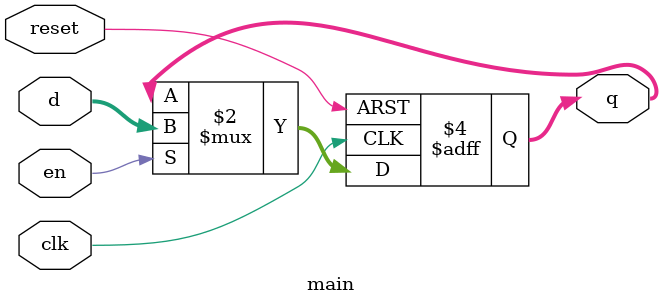
<source format=v>
module main #(parameter WIDTH = 8)
  (input clk, reset,
  input en,
  input [WIDTH-1:0] d,
  output reg [WIDTH-1:0] q);

  always @(posedge clk, posedge reset)
  begin
	if (reset) begin q <= 0; end
	else if (en) begin q <= d; end
    end 
    
endmodule
</source>
